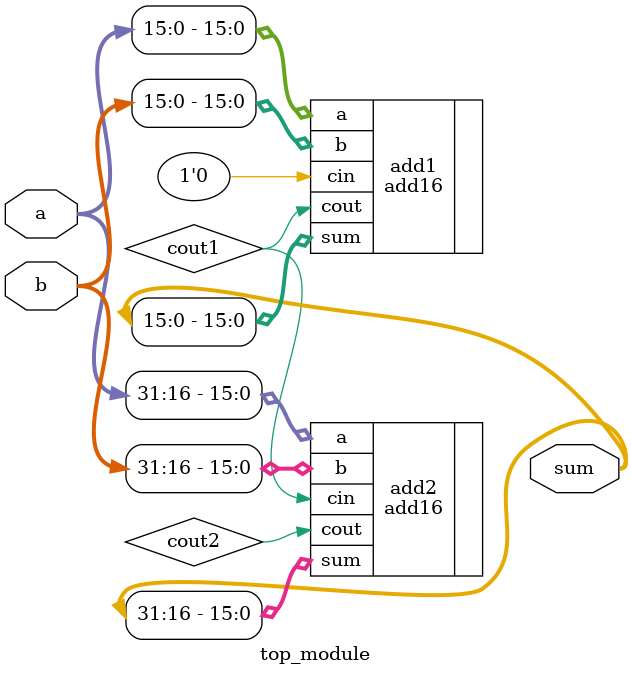
<source format=v>
module top_module(
  input [31:0] a,   // 32-bit input A
  input [31:0] b,  // 32-bit input B
  output [31:0] sum  // 32-bit output sum = a + b
);
wire cout1, cout2;  // Internal carry wires between the two 16-bit adders
  
  add16 add1(      // Lower 16-bit addition (bits 0–15)
      .a(a[15:0]), 
      .b(b[15:0]), 
      .cin(1'b0),       // No initial carry-in, so cin = 0
      .sum(sum[15:0]), 
      .cout(cout1) );     // Carry-out is passed to next stage
  
  add16 add2(       // Upper 16-bit addition (bits 16–31)
      .a(a[31:16]), 
      .b(b[31:16]), 
      .cin(cout1),       // Uses carry-out from first adder as carry-in
      .sum(sum[31:16]), 
      .cout(cout2) );
  
endmodule

</source>
